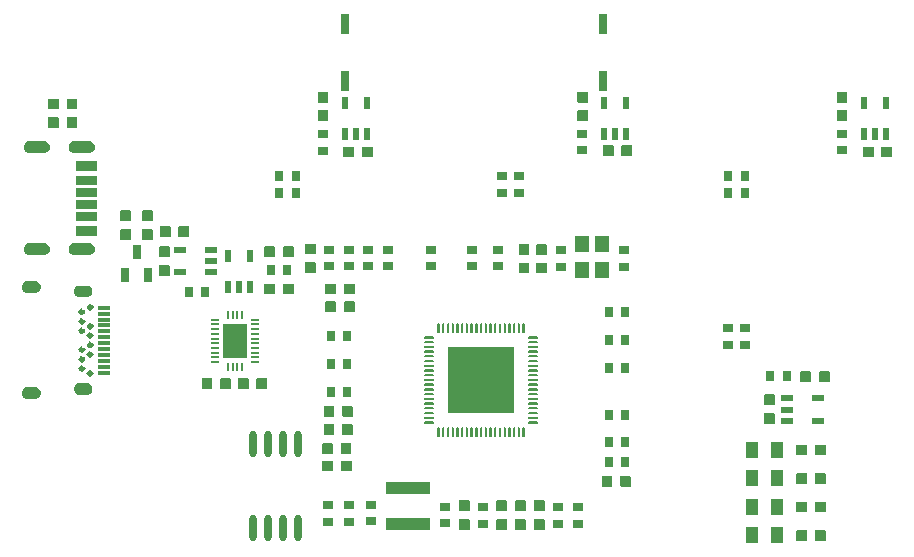
<source format=gbr>
%TF.GenerationSoftware,Altium Limited,Altium Designer,19.0.4 (130)*%
G04 Layer_Color=8421504*
%FSLAX45Y45*%
%MOMM*%
%TF.FileFunction,Paste,Top*%
%TF.Part,Single*%
G01*
G75*
%TA.AperFunction,SMDPad,CuDef*%
%ADD11R,1.20000X1.40000*%
%ADD12R,0.60000X1.00000*%
%ADD13R,1.00000X0.60000*%
%ADD14O,0.63000X2.25001*%
%ADD15O,0.20000X0.70000*%
%ADD16O,0.70000X0.20000*%
%ADD17R,2.00000X2.99999*%
%ADD18O,0.80000X0.20000*%
%ADD19O,0.20000X0.80000*%
%ADD20R,5.59999X5.59999*%
%ADD21R,1.01001X0.30000*%
%ADD22R,0.80648X0.86401*%
%ADD23R,0.86401X0.80648*%
%ADD24R,0.70000X1.25001*%
%ADD25R,3.70000X1.10000*%
%ADD26R,1.80000X0.80000*%
%ADD27R,1.00000X1.39954*%
%ADD28R,0.80000X0.90000*%
%ADD29R,0.90000X0.80000*%
%ADD30R,0.80000X1.80000*%
%TA.AperFunction,NonConductor*%
%ADD51C,0.30000*%
G36*
X2759999Y3997497D02*
Y3918498D01*
X2754997Y3913499D01*
X2732201D01*
Y3951498D01*
X2699201D01*
Y3913499D01*
X2674997D01*
X2669999Y3918498D01*
Y3997497D01*
X2674997Y4002498D01*
X2754997D01*
X2759999Y3997497D01*
D02*
G37*
G36*
X635001Y3940502D02*
Y3860502D01*
X630003Y3855501D01*
X605799D01*
Y3892501D01*
X572799D01*
Y3855501D01*
X550003D01*
X545001Y3860502D01*
Y3940502D01*
X550003Y3945501D01*
X630003D01*
X635001Y3940502D01*
D02*
G37*
G36*
X477001D02*
Y3860502D01*
X472002Y3855501D01*
X447799D01*
Y3892501D01*
X414799D01*
Y3855501D01*
X392003D01*
X387001Y3860502D01*
Y3940502D01*
X392003Y3945501D01*
X472002D01*
X477001Y3940502D01*
D02*
G37*
G36*
X2759999Y3838498D02*
Y3758498D01*
X2754997Y3753499D01*
X2674997D01*
X2669999Y3758498D01*
Y3838498D01*
X2674997Y3843499D01*
X2699201D01*
Y3806499D01*
X2732201D01*
Y3843499D01*
X2754997D01*
X2759999Y3838498D01*
D02*
G37*
G36*
X635001Y3780502D02*
Y3701503D01*
X630003Y3696502D01*
X550003D01*
X545001Y3701503D01*
Y3780502D01*
X550003Y3785501D01*
X572799D01*
Y3747503D01*
X605799D01*
Y3785501D01*
X630003D01*
X635001Y3780502D01*
D02*
G37*
G36*
X477001D02*
Y3701503D01*
X472002Y3696502D01*
X392003D01*
X387001Y3701503D01*
Y3780502D01*
X392003Y3785501D01*
X414799D01*
Y3747503D01*
X447799D01*
Y3785501D01*
X472002D01*
X477001Y3780502D01*
D02*
G37*
G36*
X759318Y3574391D02*
X773383Y3560326D01*
X780995Y3541948D01*
Y3522057D01*
X773383Y3503680D01*
X759318Y3489615D01*
X740941Y3482003D01*
X601050D01*
X582673Y3489615D01*
X568607Y3503680D01*
X560996Y3522057D01*
Y3541948D01*
X568607Y3560326D01*
X582673Y3574391D01*
X601050Y3582003D01*
X740941D01*
X759318Y3574391D01*
D02*
G37*
G36*
X379308D02*
X393374Y3560326D01*
X400986Y3541948D01*
Y3522057D01*
X393374Y3503680D01*
X379308Y3489615D01*
X360931Y3482003D01*
X221040D01*
X202663Y3489615D01*
X188598Y3503680D01*
X180986Y3522057D01*
Y3541948D01*
X188598Y3560326D01*
X202663Y3574391D01*
X221040Y3582003D01*
X360931D01*
X379308Y3574391D01*
D02*
G37*
G36*
X3135498Y3534003D02*
Y3454003D01*
X3130497Y3449001D01*
X3051498D01*
X3046499Y3454003D01*
Y3476799D01*
X3084498D01*
Y3509799D01*
X3046499D01*
Y3534003D01*
X3051498Y3539001D01*
X3130497D01*
X3135498Y3534003D01*
D02*
G37*
G36*
X2976499D02*
Y3509799D01*
X2939499D01*
Y3476799D01*
X2976499D01*
Y3454003D01*
X2971498Y3449001D01*
X2891498D01*
X2886499Y3454003D01*
Y3534003D01*
X2891498Y3539001D01*
X2971498D01*
X2976499Y3534003D01*
D02*
G37*
G36*
X800995Y3335006D02*
X620995D01*
Y3415006D01*
X800995D01*
Y3335006D01*
D02*
G37*
G36*
Y3211994D02*
X620995D01*
Y3291993D01*
X800995D01*
Y3211994D01*
D02*
G37*
G36*
Y3109987D02*
X620995D01*
Y3189987D01*
X800995D01*
Y3109987D01*
D02*
G37*
G36*
Y3009987D02*
X620995D01*
Y3089987D01*
X800995D01*
Y3009987D01*
D02*
G37*
G36*
X1273999Y2992497D02*
Y2913498D01*
X1268997Y2908499D01*
X1246201D01*
Y2946498D01*
X1213201D01*
Y2908499D01*
X1188998D01*
X1183999Y2913498D01*
Y2992497D01*
X1188998Y2997498D01*
X1268997D01*
X1273999Y2992497D01*
D02*
G37*
G36*
X800995Y2908006D02*
X620995D01*
Y2988006D01*
X800995D01*
Y2908006D01*
D02*
G37*
G36*
X1089001Y2992826D02*
Y2912826D01*
X1084002Y2907825D01*
X1059799D01*
Y2944825D01*
X1026799D01*
Y2907825D01*
X1004003D01*
X999001Y2912826D01*
Y2992826D01*
X1004003Y2997824D01*
X1084002D01*
X1089001Y2992826D01*
D02*
G37*
G36*
X1273999Y2833498D02*
Y2753498D01*
X1268997Y2748499D01*
X1188998D01*
X1183999Y2753498D01*
Y2833498D01*
X1188998Y2838499D01*
X1213201D01*
Y2801499D01*
X1246201D01*
Y2838499D01*
X1268997D01*
X1273999Y2833498D01*
D02*
G37*
G36*
X1089001Y2832826D02*
Y2753827D01*
X1084002Y2748826D01*
X1004003D01*
X999001Y2753827D01*
Y2832826D01*
X1004003Y2837825D01*
X1026799D01*
Y2799826D01*
X1059799D01*
Y2837825D01*
X1084002D01*
X1089001Y2832826D01*
D02*
G37*
G36*
X800995Y2784994D02*
X620995D01*
Y2864994D01*
X800995D01*
Y2784994D01*
D02*
G37*
G36*
X1582501Y2858997D02*
Y2778997D01*
X1577502Y2773999D01*
X1497502D01*
X1492501Y2778997D01*
Y2803201D01*
X1529501D01*
Y2836201D01*
X1492501D01*
Y2858997D01*
X1497502Y2863999D01*
X1577502D01*
X1582501Y2858997D01*
D02*
G37*
G36*
X1422501D02*
Y2836201D01*
X1384502D01*
Y2803201D01*
X1422501D01*
Y2778997D01*
X1417502Y2773999D01*
X1338503D01*
X1333502Y2778997D01*
Y2858997D01*
X1338503Y2863999D01*
X1417502D01*
X1422501Y2858997D01*
D02*
G37*
G36*
X2653001Y2712502D02*
Y2632502D01*
X2648003Y2627501D01*
X2623799D01*
Y2664501D01*
X2590799D01*
Y2627501D01*
X2568003D01*
X2563001Y2632502D01*
Y2712502D01*
X2568003Y2717501D01*
X2648003D01*
X2653001Y2712502D01*
D02*
G37*
G36*
X759318Y2710384D02*
X773383Y2696319D01*
X780995Y2677942D01*
Y2658051D01*
X773383Y2639674D01*
X759318Y2625609D01*
X740941Y2617997D01*
X601050D01*
X582673Y2625609D01*
X568607Y2639674D01*
X560996Y2658051D01*
Y2677942D01*
X568607Y2696319D01*
X582673Y2710384D01*
X601050Y2717997D01*
X740941D01*
X759318Y2710384D01*
D02*
G37*
G36*
X379308D02*
X393374Y2696319D01*
X400986Y2677942D01*
Y2658051D01*
X393374Y2639674D01*
X379308Y2625609D01*
X360931Y2617997D01*
X221040D01*
X202663Y2625609D01*
X188598Y2639674D01*
X180986Y2658051D01*
Y2677942D01*
X188598Y2696319D01*
X202663Y2710384D01*
X221040Y2717997D01*
X360931D01*
X379308Y2710384D01*
D02*
G37*
G36*
X1416999Y2688497D02*
Y2609498D01*
X1411997Y2604499D01*
X1389201D01*
Y2642497D01*
X1356201D01*
Y2604499D01*
X1331998D01*
X1326999Y2609498D01*
Y2688497D01*
X1331998Y2693498D01*
X1411997D01*
X1416999Y2688497D01*
D02*
G37*
G36*
X2467081Y2688002D02*
Y2608002D01*
X2462080Y2603001D01*
X2383081D01*
X2378082Y2608002D01*
Y2630799D01*
X2416081D01*
Y2663799D01*
X2378082D01*
Y2688002D01*
X2383081Y2693001D01*
X2462080D01*
X2467081Y2688002D01*
D02*
G37*
G36*
X2308082D02*
Y2663799D01*
X2271082D01*
Y2630799D01*
X2308082D01*
Y2608002D01*
X2303081Y2603001D01*
X2223081D01*
X2218082Y2608002D01*
Y2688002D01*
X2223081Y2693001D01*
X2303081D01*
X2308082Y2688002D01*
D02*
G37*
G36*
X2653001Y2552502D02*
Y2473503D01*
X2648003Y2468502D01*
X2568003D01*
X2563001Y2473503D01*
Y2552502D01*
X2568003Y2557501D01*
X2590799D01*
Y2519502D01*
X2623799D01*
Y2557501D01*
X2648003D01*
X2653001Y2552502D01*
D02*
G37*
G36*
X1416999Y2529498D02*
Y2449498D01*
X1411997Y2444499D01*
X1331998D01*
X1326999Y2449498D01*
Y2529498D01*
X1331998Y2534499D01*
X1356201D01*
Y2497499D01*
X1389201D01*
Y2534499D01*
X1411997D01*
X1416999Y2529498D01*
D02*
G37*
G36*
X303312Y2390374D02*
X317378Y2376308D01*
X324990Y2357931D01*
Y2338039D01*
X317378Y2319661D01*
X303312Y2305596D01*
X284935Y2297984D01*
X205043D01*
X186666Y2305596D01*
X172600Y2319661D01*
X164988Y2338039D01*
Y2357931D01*
X172600Y2376308D01*
X186666Y2390374D01*
X205043Y2397986D01*
X284935D01*
X303312Y2390374D01*
D02*
G37*
G36*
X2982366Y2372992D02*
Y2292993D01*
X2977365Y2287991D01*
X2898366D01*
X2893367Y2292993D01*
Y2315789D01*
X2931366D01*
Y2348789D01*
X2893367D01*
Y2372992D01*
X2898366Y2377991D01*
X2977365D01*
X2982366Y2372992D01*
D02*
G37*
G36*
X2823367D02*
Y2348789D01*
X2786367D01*
Y2315789D01*
X2823367D01*
Y2292993D01*
X2818366Y2287991D01*
X2738366D01*
X2733368Y2292993D01*
Y2372992D01*
X2738366Y2377991D01*
X2818366D01*
X2823367Y2372992D01*
D02*
G37*
G36*
X2467081Y2372002D02*
Y2292003D01*
X2462080Y2287001D01*
X2383081D01*
X2378082Y2292003D01*
Y2314799D01*
X2416081D01*
Y2347799D01*
X2378082D01*
Y2372002D01*
X2383081Y2377001D01*
X2462080D01*
X2467081Y2372002D01*
D02*
G37*
G36*
X2308082D02*
Y2347799D01*
X2271082D01*
Y2314799D01*
X2308082D01*
Y2292003D01*
X2303081Y2287001D01*
X2223081D01*
X2218082Y2292003D01*
Y2372002D01*
X2223081Y2377001D01*
X2303081D01*
X2308082Y2372002D01*
D02*
G37*
G36*
X723882Y2361869D02*
X742081Y2354170D01*
X755982Y2340127D01*
X763499Y2321852D01*
Y2302091D01*
X755982Y2283816D01*
X742081Y2269773D01*
X723882Y2262074D01*
X714003Y2261974D01*
Y2261974D01*
X654003Y2261974D01*
X644123Y2262074D01*
X625925Y2269773D01*
X612023Y2283816D01*
X604507Y2302091D01*
Y2321852D01*
X612023Y2340127D01*
X625925Y2354170D01*
X644123Y2361869D01*
X654003Y2361969D01*
X714003D01*
X723882Y2361869D01*
D02*
G37*
G36*
X915498Y2158975D02*
X814498D01*
Y2188977D01*
X915498D01*
Y2158975D01*
D02*
G37*
G36*
X2982366Y2223894D02*
Y2143895D01*
X2977365Y2138893D01*
X2898366D01*
X2893367Y2143895D01*
Y2166691D01*
X2931366D01*
Y2199691D01*
X2893367D01*
Y2223894D01*
X2898366Y2228893D01*
X2977365D01*
X2982366Y2223894D01*
D02*
G37*
G36*
X2823367D02*
Y2199691D01*
X2786367D01*
Y2166691D01*
X2823367D01*
Y2143895D01*
X2818366Y2138893D01*
X2738366D01*
X2733368Y2143895D01*
Y2223894D01*
X2738366Y2228893D01*
X2818366D01*
X2823367Y2223894D01*
D02*
G37*
G36*
X915498Y2108975D02*
X814498D01*
Y2138977D01*
X915498D01*
Y2108975D01*
D02*
G37*
G36*
Y2058980D02*
X814498D01*
Y2088982D01*
X915498D01*
Y2058980D01*
D02*
G37*
G36*
Y2008977D02*
X814498D01*
Y2038980D01*
X915498D01*
Y2008977D01*
D02*
G37*
G36*
X3744079Y2036957D02*
Y2032815D01*
Y1972815D01*
Y1968673D01*
X3738221Y1962815D01*
X3729937D01*
X3724079Y1968673D01*
Y1972815D01*
Y2032815D01*
Y2036957D01*
X3729937Y2042815D01*
X3738221D01*
X3744079Y2036957D01*
D02*
G37*
G36*
X3704074D02*
Y2032815D01*
Y1972815D01*
Y1968673D01*
X3698216Y1962815D01*
X3689932D01*
X3684074Y1968673D01*
Y1972815D01*
Y2032815D01*
Y2036957D01*
X3689932Y2042815D01*
X3698216D01*
X3704074Y2036957D01*
D02*
G37*
G36*
X915498Y1958980D02*
X814498D01*
Y1988983D01*
X915498D01*
Y1958980D01*
D02*
G37*
G36*
X3654141Y1927024D02*
Y1918739D01*
X3648283Y1912882D01*
X3579998D01*
X3574141Y1918739D01*
Y1927024D01*
X3579998Y1932882D01*
X3648283D01*
X3654141Y1927024D01*
D02*
G37*
G36*
X915498Y1908978D02*
X814498D01*
Y1938980D01*
X915498D01*
Y1908978D01*
D02*
G37*
G36*
X3654141Y1887019D02*
Y1878734D01*
X3648283Y1872877D01*
X3579998D01*
X3574141Y1878734D01*
Y1887019D01*
X3579998Y1892877D01*
X3648283D01*
X3654141Y1887019D01*
D02*
G37*
G36*
X915498Y1858978D02*
X814498D01*
Y1888980D01*
X915498D01*
Y1858978D01*
D02*
G37*
G36*
X3654141Y1847014D02*
Y1838729D01*
X3648283Y1832872D01*
X3579998D01*
X3574141Y1838729D01*
Y1847014D01*
X3579998Y1852872D01*
X3648283D01*
X3654141Y1847014D01*
D02*
G37*
G36*
X915498Y1808978D02*
X814498D01*
Y1838978D01*
X915498D01*
Y1808978D01*
D02*
G37*
G36*
X3654141Y1807034D02*
Y1798750D01*
X3648283Y1792892D01*
X3579998D01*
X3574141Y1798750D01*
Y1807034D01*
X3579998Y1812892D01*
X3648283D01*
X3654141Y1807034D01*
D02*
G37*
G36*
X915498Y1758978D02*
X814498D01*
Y1788980D01*
X915498D01*
Y1758978D01*
D02*
G37*
G36*
X3654141Y1767029D02*
Y1758745D01*
X3648283Y1752887D01*
X3579998D01*
X3574141Y1758745D01*
Y1767029D01*
X3579998Y1772887D01*
X3648283D01*
X3654141Y1767029D01*
D02*
G37*
G36*
Y1727024D02*
Y1718740D01*
X3648283Y1712882D01*
X3579998D01*
X3574141Y1718740D01*
Y1727024D01*
X3579998Y1732882D01*
X3648283D01*
X3654141Y1727024D01*
D02*
G37*
G36*
X915498Y1708976D02*
X814498D01*
Y1738978D01*
X915498D01*
Y1708976D01*
D02*
G37*
G36*
X3654141Y1687019D02*
Y1678735D01*
X3648283Y1672877D01*
X3579998D01*
X3574141Y1678735D01*
Y1687019D01*
X3579998Y1692877D01*
X3648283D01*
X3654141Y1687019D01*
D02*
G37*
G36*
X915498Y1658976D02*
X814498D01*
Y1688978D01*
X915498D01*
Y1658976D01*
D02*
G37*
G36*
X3654141Y1647014D02*
Y1638730D01*
X3648283Y1632872D01*
X3579998D01*
X3574141Y1638730D01*
Y1647014D01*
X3579998Y1652872D01*
X3648283D01*
X3654141Y1647014D01*
D02*
G37*
G36*
X915498Y1608981D02*
X814498D01*
Y1638983D01*
X915498D01*
Y1608981D01*
D02*
G37*
G36*
X3654141Y1607009D02*
Y1598725D01*
X3648283Y1592867D01*
X3579998D01*
X3574141Y1598725D01*
Y1607009D01*
X3579998Y1612867D01*
X3648283D01*
X3654141Y1607009D01*
D02*
G37*
G36*
Y1567029D02*
Y1558745D01*
X3648283Y1552887D01*
X3579998D01*
X3574141Y1558745D01*
Y1567029D01*
X3579998Y1572887D01*
X3648283D01*
X3654141Y1567029D01*
D02*
G37*
G36*
Y1527024D02*
Y1518740D01*
X3648283Y1512882D01*
X3579998D01*
X3574141Y1518740D01*
Y1527024D01*
X3579998Y1532882D01*
X3648283D01*
X3654141Y1527024D01*
D02*
G37*
G36*
X2243369Y1571363D02*
Y1491364D01*
X2238370Y1486365D01*
X2158370D01*
X2153369Y1491364D01*
Y1515567D01*
X2190369D01*
Y1548567D01*
X2153369D01*
Y1571363D01*
X2158370Y1576365D01*
X2238370D01*
X2243369Y1571363D01*
D02*
G37*
G36*
X2083369D02*
Y1548567D01*
X2045371D01*
Y1515567D01*
X2083369D01*
Y1491364D01*
X2078370Y1486365D01*
X1999371D01*
X1994370Y1491364D01*
Y1571363D01*
X1999371Y1576365D01*
X2078370D01*
X2083369Y1571363D01*
D02*
G37*
G36*
X1936397D02*
Y1491364D01*
X1931398Y1486365D01*
X1851398D01*
X1846397Y1491364D01*
Y1515567D01*
X1883397D01*
Y1548567D01*
X1846397D01*
Y1571363D01*
X1851398Y1576365D01*
X1931398D01*
X1936397Y1571363D01*
D02*
G37*
G36*
X1776397D02*
Y1548567D01*
X1738399D01*
Y1515567D01*
X1776397D01*
Y1491364D01*
X1771399Y1486365D01*
X1692399D01*
X1687398Y1491364D01*
Y1571363D01*
X1692399Y1576365D01*
X1771399D01*
X1776397Y1571363D01*
D02*
G37*
G36*
X3654141Y1487019D02*
Y1478735D01*
X3648283Y1472877D01*
X3579998D01*
X3574141Y1478735D01*
Y1487019D01*
X3579998Y1492877D01*
X3648283D01*
X3654141Y1487019D01*
D02*
G37*
G36*
X723882Y1535884D02*
X742081Y1528184D01*
X755982Y1514141D01*
X763499Y1495866D01*
Y1476106D01*
X755982Y1457831D01*
X742081Y1443788D01*
X723882Y1436089D01*
X714003Y1435989D01*
Y1435989D01*
X654003Y1435989D01*
X644123Y1436089D01*
X625925Y1443788D01*
X612023Y1457831D01*
X604507Y1476106D01*
Y1495866D01*
X612023Y1514141D01*
X625925Y1528184D01*
X644123Y1535884D01*
X654003Y1535984D01*
X714003D01*
X723882Y1535884D01*
D02*
G37*
G36*
X3654141Y1447014D02*
Y1438730D01*
X3648283Y1432872D01*
X3579998D01*
X3574141Y1438730D01*
Y1447014D01*
X3579998Y1452872D01*
X3648283D01*
X3654141Y1447014D01*
D02*
G37*
G36*
X303312Y1492357D02*
X317378Y1478291D01*
X324990Y1459914D01*
Y1440022D01*
X317378Y1421644D01*
X303312Y1407579D01*
X284935Y1399967D01*
X205043D01*
X186666Y1407579D01*
X172600Y1421644D01*
X164988Y1440022D01*
Y1459914D01*
X172600Y1478291D01*
X186666Y1492357D01*
X205043Y1499969D01*
X284935D01*
X303312Y1492357D01*
D02*
G37*
G36*
X3654141Y1407035D02*
Y1398751D01*
X3648283Y1392893D01*
X3579998D01*
X3574141Y1398751D01*
Y1407035D01*
X3579998Y1412893D01*
X3648283D01*
X3654141Y1407035D01*
D02*
G37*
G36*
Y1367030D02*
Y1358746D01*
X3648283Y1352888D01*
X3579998D01*
X3574141Y1358746D01*
Y1367030D01*
X3579998Y1372888D01*
X3648283D01*
X3654141Y1367030D01*
D02*
G37*
G36*
Y1327025D02*
Y1318741D01*
X3648283Y1312883D01*
X3579998D01*
X3574141Y1318741D01*
Y1327025D01*
X3579998Y1332883D01*
X3648283D01*
X3654141Y1327025D01*
D02*
G37*
G36*
Y1287020D02*
Y1278736D01*
X3648283Y1272878D01*
X3579998D01*
X3574141Y1278736D01*
Y1287020D01*
X3579998Y1292878D01*
X3648283D01*
X3654141Y1287020D01*
D02*
G37*
G36*
X2969671Y1337688D02*
Y1257689D01*
X2964670Y1252687D01*
X2885671D01*
X2880672Y1257689D01*
Y1280485D01*
X2918671D01*
Y1313485D01*
X2880672D01*
Y1337688D01*
X2885671Y1342687D01*
X2964670D01*
X2969671Y1337688D01*
D02*
G37*
G36*
X2810673D02*
Y1313485D01*
X2773672D01*
Y1280485D01*
X2810673D01*
Y1257689D01*
X2805671Y1252687D01*
X2725671D01*
X2720673Y1257689D01*
Y1337688D01*
X2725671Y1342687D01*
X2805671D01*
X2810673Y1337688D01*
D02*
G37*
G36*
X3654141Y1247015D02*
Y1238731D01*
X3648283Y1232873D01*
X3579998D01*
X3574141Y1238731D01*
Y1247015D01*
X3579998Y1252873D01*
X3648283D01*
X3654141Y1247015D01*
D02*
G37*
G36*
Y1207010D02*
Y1198726D01*
X3648283Y1192868D01*
X3579998D01*
X3574141Y1198726D01*
Y1207010D01*
X3579998Y1212868D01*
X3648283D01*
X3654141Y1207010D01*
D02*
G37*
G36*
X2969674Y1185283D02*
Y1105284D01*
X2964675Y1100285D01*
X2884675D01*
X2879674Y1105284D01*
Y1129487D01*
X2916674D01*
Y1162487D01*
X2879674D01*
Y1185283D01*
X2884675Y1190285D01*
X2964675D01*
X2969674Y1185283D01*
D02*
G37*
G36*
X2809674D02*
Y1162487D01*
X2771676D01*
Y1129487D01*
X2809674D01*
Y1105284D01*
X2804676Y1100285D01*
X2725677D01*
X2720675Y1105284D01*
Y1185283D01*
X2725677Y1190285D01*
X2804676D01*
X2809674Y1185283D01*
D02*
G37*
G36*
X3744079Y1157101D02*
Y1152959D01*
Y1092959D01*
Y1088817D01*
X3738221Y1082959D01*
X3729937D01*
X3724079Y1088817D01*
Y1092959D01*
Y1152959D01*
Y1157101D01*
X3729937Y1162959D01*
X3738221D01*
X3744079Y1157101D01*
D02*
G37*
G36*
X3704074D02*
Y1152959D01*
Y1092959D01*
Y1088817D01*
X3698216Y1082959D01*
X3689932D01*
X3684074Y1088817D01*
Y1092959D01*
Y1152959D01*
Y1157101D01*
X3689932Y1162959D01*
X3698216D01*
X3704074Y1157101D01*
D02*
G37*
G36*
X2955757Y1021712D02*
Y941713D01*
X2950756Y936711D01*
X2871757D01*
X2866758Y941713D01*
Y964509D01*
X2904757D01*
Y997509D01*
X2866758D01*
Y1021712D01*
X2871757Y1026711D01*
X2950756D01*
X2955757Y1021712D01*
D02*
G37*
G36*
X2796758D02*
Y997509D01*
X2759758D01*
Y964509D01*
X2796758D01*
Y941713D01*
X2791757Y936711D01*
X2711757D01*
X2706759Y941713D01*
Y1021712D01*
X2711757Y1026711D01*
X2791757D01*
X2796758Y1021712D01*
D02*
G37*
G36*
X2958493Y873625D02*
Y793626D01*
X2953494Y788627D01*
X2873494D01*
X2868493Y793626D01*
Y817829D01*
X2905493D01*
Y850829D01*
X2868493D01*
Y873625D01*
X2873494Y878627D01*
X2953494D01*
X2958493Y873625D01*
D02*
G37*
G36*
X2798493D02*
Y850829D01*
X2760495D01*
Y817829D01*
X2798493D01*
Y793626D01*
X2793495Y788627D01*
X2714495D01*
X2709494Y793626D01*
Y873625D01*
X2714495Y878627D01*
X2793495D01*
X2798493Y873625D01*
D02*
G37*
G36*
X7153999Y3997821D02*
Y3918821D01*
X7148997Y3913823D01*
X7126201D01*
Y3951821D01*
X7093201D01*
Y3913823D01*
X7068998D01*
X7063999Y3918821D01*
Y3997821D01*
X7068998Y4002822D01*
X7148997D01*
X7153999Y3997821D01*
D02*
G37*
G36*
X4957999Y3996821D02*
Y3917821D01*
X4952997Y3912823D01*
X4930201D01*
Y3950821D01*
X4897201D01*
Y3912823D01*
X4872998D01*
X4867999Y3917821D01*
Y3996821D01*
X4872998Y4001822D01*
X4952997D01*
X4957999Y3996821D01*
D02*
G37*
G36*
X7153999Y3838822D02*
Y3758822D01*
X7148997Y3753823D01*
X7068998D01*
X7063999Y3758822D01*
Y3838822D01*
X7068998Y3843823D01*
X7093201D01*
Y3806823D01*
X7126201D01*
Y3843823D01*
X7148997D01*
X7153999Y3838822D01*
D02*
G37*
G36*
X4957999Y3837822D02*
Y3757822D01*
X4952997Y3752823D01*
X4872998D01*
X4867999Y3757822D01*
Y3837822D01*
X4872998Y3842823D01*
X4897201D01*
Y3805823D01*
X4930201D01*
Y3842823D01*
X4952997D01*
X4957999Y3837822D01*
D02*
G37*
G36*
X5332498Y3543003D02*
Y3463003D01*
X5327497Y3458001D01*
X5248498D01*
X5243499Y3463003D01*
Y3485799D01*
X5281497D01*
Y3518799D01*
X5243499D01*
Y3543003D01*
X5248498Y3548001D01*
X5327497D01*
X5332498Y3543003D01*
D02*
G37*
G36*
X5173499D02*
Y3518799D01*
X5136499D01*
Y3485799D01*
X5173499D01*
Y3463003D01*
X5168498Y3458001D01*
X5088498D01*
X5083499Y3463003D01*
Y3543003D01*
X5088498Y3548001D01*
X5168498D01*
X5173499Y3543003D01*
D02*
G37*
G36*
X7534498Y3533003D02*
Y3453003D01*
X7529497Y3448001D01*
X7450498D01*
X7445499Y3453003D01*
Y3475799D01*
X7483497D01*
Y3508799D01*
X7445499D01*
Y3533003D01*
X7450498Y3538001D01*
X7529497D01*
X7534498Y3533003D01*
D02*
G37*
G36*
X7375499D02*
Y3508799D01*
X7338499D01*
Y3475799D01*
X7375499D01*
Y3453003D01*
X7370498Y3448001D01*
X7290498D01*
X7285499Y3453003D01*
Y3533003D01*
X7290498Y3538001D01*
X7370498D01*
X7375499Y3533003D01*
D02*
G37*
G36*
X4610999Y2708497D02*
Y2629498D01*
X4605997Y2624499D01*
X4583201D01*
Y2662497D01*
X4550201D01*
Y2624499D01*
X4525998D01*
X4520999Y2629498D01*
Y2708497D01*
X4525998Y2713498D01*
X4605997D01*
X4610999Y2708497D01*
D02*
G37*
G36*
X4462001Y2708502D02*
Y2628502D01*
X4457003Y2623501D01*
X4432799D01*
Y2660501D01*
X4399799D01*
Y2623501D01*
X4377003D01*
X4372001Y2628502D01*
Y2708502D01*
X4377003Y2713501D01*
X4457003D01*
X4462001Y2708502D01*
D02*
G37*
G36*
X4610999Y2549498D02*
Y2469498D01*
X4605997Y2464499D01*
X4525998D01*
X4520999Y2469498D01*
Y2549498D01*
X4525998Y2554499D01*
X4550201D01*
Y2517499D01*
X4583201D01*
Y2554499D01*
X4605997D01*
X4610999Y2549498D01*
D02*
G37*
G36*
X4462001Y2548502D02*
Y2469503D01*
X4457003Y2464502D01*
X4377003D01*
X4372001Y2469503D01*
Y2548502D01*
X4377003Y2553501D01*
X4399799D01*
Y2515502D01*
X4432799D01*
Y2553501D01*
X4457003D01*
X4462001Y2548502D01*
D02*
G37*
G36*
X4424088Y2036957D02*
Y2032815D01*
Y1972815D01*
Y1968673D01*
X4418230Y1962815D01*
X4409946D01*
X4404088Y1968673D01*
Y1972815D01*
Y2032815D01*
Y2036957D01*
X4409946Y2042815D01*
X4418230D01*
X4424088Y2036957D01*
D02*
G37*
G36*
X4384083D02*
Y2032815D01*
Y1972815D01*
Y1968673D01*
X4378225Y1962815D01*
X4369941D01*
X4364083Y1968673D01*
Y1972815D01*
Y2032815D01*
Y2036957D01*
X4369941Y2042815D01*
X4378225D01*
X4384083Y2036957D01*
D02*
G37*
G36*
X4344078D02*
Y2032815D01*
Y1972815D01*
Y1968673D01*
X4338220Y1962815D01*
X4329936D01*
X4324078Y1968673D01*
Y1972815D01*
Y2032815D01*
Y2036957D01*
X4329936Y2042815D01*
X4338220D01*
X4344078Y2036957D01*
D02*
G37*
G36*
X4304073D02*
Y2032815D01*
Y1972815D01*
Y1968673D01*
X4298215Y1962815D01*
X4289931D01*
X4284073Y1968673D01*
Y1972815D01*
Y2032815D01*
Y2036957D01*
X4289931Y2042815D01*
X4298215D01*
X4304073Y2036957D01*
D02*
G37*
G36*
X4264068D02*
Y2032815D01*
Y1972815D01*
Y1968673D01*
X4258210Y1962815D01*
X4249926D01*
X4244068Y1968673D01*
Y1972815D01*
Y2032815D01*
Y2036957D01*
X4249926Y2042815D01*
X4258210D01*
X4264068Y2036957D01*
D02*
G37*
G36*
X4224063D02*
Y2032815D01*
Y1972815D01*
Y1968673D01*
X4218205Y1962815D01*
X4209921D01*
X4204063Y1968673D01*
Y1972815D01*
Y2032815D01*
Y2036957D01*
X4209921Y2042815D01*
X4218205D01*
X4224063Y2036957D01*
D02*
G37*
G36*
X4184084D02*
Y2032815D01*
Y1972815D01*
Y1968673D01*
X4178226Y1962815D01*
X4169941D01*
X4164084Y1968673D01*
Y1972815D01*
Y2032815D01*
Y2036957D01*
X4169941Y2042815D01*
X4178226D01*
X4184084Y2036957D01*
D02*
G37*
G36*
X4144079D02*
Y2032815D01*
Y1972815D01*
Y1968673D01*
X4138221Y1962815D01*
X4129936D01*
X4124079Y1968673D01*
Y1972815D01*
Y2032815D01*
Y2036957D01*
X4129936Y2042815D01*
X4138221D01*
X4144079Y2036957D01*
D02*
G37*
G36*
X4104074D02*
Y2032815D01*
Y1972815D01*
Y1968673D01*
X4098216Y1962815D01*
X4089931D01*
X4084074Y1968673D01*
Y1972815D01*
Y2032815D01*
Y2036957D01*
X4089931Y2042815D01*
X4098216D01*
X4104074Y2036957D01*
D02*
G37*
G36*
X4064069D02*
Y2032815D01*
Y1972815D01*
Y1968673D01*
X4058211Y1962815D01*
X4049926D01*
X4044069Y1968673D01*
Y1972815D01*
Y2032815D01*
Y2036957D01*
X4049926Y2042815D01*
X4058211D01*
X4064069Y2036957D01*
D02*
G37*
G36*
X4024064D02*
Y2032815D01*
Y1972815D01*
Y1968673D01*
X4018206Y1962815D01*
X4009921D01*
X4004064Y1968673D01*
Y1972815D01*
Y2032815D01*
Y2036957D01*
X4009921Y2042815D01*
X4018206D01*
X4024064Y2036957D01*
D02*
G37*
G36*
X3984084D02*
Y2032815D01*
Y1972815D01*
Y1968673D01*
X3978226Y1962815D01*
X3969942D01*
X3964084Y1968673D01*
Y1972815D01*
Y2032815D01*
Y2036957D01*
X3969942Y2042815D01*
X3978226D01*
X3984084Y2036957D01*
D02*
G37*
G36*
X3944079D02*
Y2032815D01*
Y1972815D01*
Y1968673D01*
X3938221Y1962815D01*
X3929937D01*
X3924079Y1968673D01*
Y1972815D01*
Y2032815D01*
Y2036957D01*
X3929937Y2042815D01*
X3938221D01*
X3944079Y2036957D01*
D02*
G37*
G36*
X3904074D02*
Y2032815D01*
Y1972815D01*
Y1968673D01*
X3898216Y1962815D01*
X3889932D01*
X3884074Y1968673D01*
Y1972815D01*
Y2032815D01*
Y2036957D01*
X3889932Y2042815D01*
X3898216D01*
X3904074Y2036957D01*
D02*
G37*
G36*
X3864069D02*
Y2032815D01*
Y1972815D01*
Y1968673D01*
X3858211Y1962815D01*
X3849927D01*
X3844069Y1968673D01*
Y1972815D01*
Y2032815D01*
Y2036957D01*
X3849927Y2042815D01*
X3858211D01*
X3864069Y2036957D01*
D02*
G37*
G36*
X3824064D02*
Y2032815D01*
Y1972815D01*
Y1968673D01*
X3818206Y1962815D01*
X3809922D01*
X3804064Y1968673D01*
Y1972815D01*
Y2032815D01*
Y2036957D01*
X3809922Y2042815D01*
X3818206D01*
X3824064Y2036957D01*
D02*
G37*
G36*
X3784084D02*
Y2032815D01*
Y1972815D01*
Y1968673D01*
X3778226Y1962815D01*
X3769942D01*
X3764084Y1968673D01*
Y1972815D01*
Y2032815D01*
Y2036957D01*
X3769942Y2042815D01*
X3778226D01*
X3784084Y2036957D01*
D02*
G37*
G36*
X4533997Y1927024D02*
Y1918739D01*
X4528139Y1912882D01*
X4459854D01*
X4453997Y1918739D01*
Y1927024D01*
X4459854Y1932882D01*
X4528139D01*
X4533997Y1927024D01*
D02*
G37*
G36*
Y1887019D02*
Y1878734D01*
X4528139Y1872877D01*
X4459854D01*
X4453997Y1878734D01*
Y1887019D01*
X4459854Y1892877D01*
X4528139D01*
X4533997Y1887019D01*
D02*
G37*
G36*
Y1847014D02*
Y1838729D01*
X4528139Y1832872D01*
X4459854D01*
X4453997Y1838729D01*
Y1847014D01*
X4459854Y1852872D01*
X4528139D01*
X4533997Y1847014D01*
D02*
G37*
G36*
Y1807034D02*
Y1798750D01*
X4528139Y1792892D01*
X4459854D01*
X4453997Y1798750D01*
Y1807034D01*
X4459854Y1812892D01*
X4528139D01*
X4533997Y1807034D01*
D02*
G37*
G36*
Y1767029D02*
Y1758745D01*
X4528139Y1752887D01*
X4459854D01*
X4453997Y1758745D01*
Y1767029D01*
X4459854Y1772887D01*
X4528139D01*
X4533997Y1767029D01*
D02*
G37*
G36*
Y1727024D02*
Y1718740D01*
X4528139Y1712882D01*
X4459854D01*
X4453997Y1718740D01*
Y1727024D01*
X4459854Y1732882D01*
X4528139D01*
X4533997Y1727024D01*
D02*
G37*
G36*
Y1687019D02*
Y1678735D01*
X4528139Y1672877D01*
X4459854D01*
X4453997Y1678735D01*
Y1687019D01*
X4459854Y1692877D01*
X4528139D01*
X4533997Y1687019D01*
D02*
G37*
G36*
Y1647014D02*
Y1638730D01*
X4528139Y1632872D01*
X4459854D01*
X4453997Y1638730D01*
Y1647014D01*
X4459854Y1652872D01*
X4528139D01*
X4533997Y1647014D01*
D02*
G37*
G36*
Y1607009D02*
Y1598725D01*
X4528139Y1592867D01*
X4459854D01*
X4453997Y1598725D01*
Y1607009D01*
X4459854Y1612867D01*
X4528139D01*
X4533997Y1607009D01*
D02*
G37*
G36*
Y1567029D02*
Y1558745D01*
X4528139Y1552887D01*
X4459854D01*
X4453997Y1558745D01*
Y1567029D01*
X4459854Y1572887D01*
X4528139D01*
X4533997Y1567029D01*
D02*
G37*
G36*
X7003822Y1631003D02*
Y1551003D01*
X6998821Y1546001D01*
X6919822D01*
X6914823Y1551003D01*
Y1573799D01*
X6952821D01*
Y1606799D01*
X6914823D01*
Y1631003D01*
X6919822Y1636001D01*
X6998821D01*
X7003822Y1631003D01*
D02*
G37*
G36*
X6844823D02*
Y1606799D01*
X6807823D01*
Y1573799D01*
X6844823D01*
Y1551003D01*
X6839822Y1546001D01*
X6759822D01*
X6754823Y1551003D01*
Y1631003D01*
X6759822Y1636001D01*
X6839822D01*
X6844823Y1631003D01*
D02*
G37*
G36*
X4533997Y1527024D02*
Y1518740D01*
X4528139Y1512882D01*
X4459854D01*
X4453997Y1518740D01*
Y1527024D01*
X4459854Y1532882D01*
X4528139D01*
X4533997Y1527024D01*
D02*
G37*
G36*
Y1487019D02*
Y1478735D01*
X4528139Y1472877D01*
X4459854D01*
X4453997Y1478735D01*
Y1487019D01*
X4459854Y1492877D01*
X4528139D01*
X4533997Y1487019D01*
D02*
G37*
G36*
Y1447014D02*
Y1438730D01*
X4528139Y1432872D01*
X4459854D01*
X4453997Y1438730D01*
Y1447014D01*
X4459854Y1452872D01*
X4528139D01*
X4533997Y1447014D01*
D02*
G37*
G36*
Y1407035D02*
Y1398751D01*
X4528139Y1392893D01*
X4459854D01*
X4453997Y1398751D01*
Y1407035D01*
X4459854Y1412893D01*
X4528139D01*
X4533997Y1407035D01*
D02*
G37*
G36*
Y1367030D02*
Y1358746D01*
X4528139Y1352888D01*
X4459854D01*
X4453997Y1358746D01*
Y1367030D01*
X4459854Y1372888D01*
X4528139D01*
X4533997Y1367030D01*
D02*
G37*
G36*
X6539001Y1436178D02*
Y1356178D01*
X6534002Y1351177D01*
X6509799D01*
Y1388177D01*
X6476799D01*
Y1351177D01*
X6454003D01*
X6449001Y1356178D01*
Y1436178D01*
X6454003Y1441177D01*
X6534002D01*
X6539001Y1436178D01*
D02*
G37*
G36*
X4278089Y1338867D02*
X3830091D01*
Y1786865D01*
X4278089D01*
Y1338867D01*
D02*
G37*
G36*
X4533997Y1327025D02*
Y1318741D01*
X4528139Y1312883D01*
X4459854D01*
X4453997Y1318741D01*
Y1327025D01*
X4459854Y1332883D01*
X4528139D01*
X4533997Y1327025D01*
D02*
G37*
G36*
Y1287020D02*
Y1278736D01*
X4528139Y1272878D01*
X4459854D01*
X4453997Y1278736D01*
Y1287020D01*
X4459854Y1292878D01*
X4528139D01*
X4533997Y1287020D01*
D02*
G37*
G36*
X6539001Y1276179D02*
Y1197179D01*
X6534002Y1192178D01*
X6454003D01*
X6449001Y1197179D01*
Y1276179D01*
X6454003Y1281177D01*
X6476799D01*
Y1243179D01*
X6509799D01*
Y1281177D01*
X6534002D01*
X6539001Y1276179D01*
D02*
G37*
G36*
X4533997Y1247015D02*
Y1238731D01*
X4528139Y1232873D01*
X4459854D01*
X4453997Y1238731D01*
Y1247015D01*
X4459854Y1252873D01*
X4528139D01*
X4533997Y1247015D01*
D02*
G37*
G36*
Y1207010D02*
Y1198726D01*
X4528139Y1192868D01*
X4459854D01*
X4453997Y1198726D01*
Y1207010D01*
X4459854Y1212868D01*
X4528139D01*
X4533997Y1207010D01*
D02*
G37*
G36*
X4424088Y1157101D02*
Y1152959D01*
Y1092959D01*
Y1088817D01*
X4418230Y1082959D01*
X4409946D01*
X4404088Y1088817D01*
Y1092959D01*
Y1152959D01*
Y1157101D01*
X4409946Y1162959D01*
X4418230D01*
X4424088Y1157101D01*
D02*
G37*
G36*
X4384083D02*
Y1152959D01*
Y1092959D01*
Y1088817D01*
X4378225Y1082959D01*
X4369941D01*
X4364083Y1088817D01*
Y1092959D01*
Y1152959D01*
Y1157101D01*
X4369941Y1162959D01*
X4378225D01*
X4384083Y1157101D01*
D02*
G37*
G36*
X4344078D02*
Y1152959D01*
Y1092959D01*
Y1088817D01*
X4338220Y1082959D01*
X4329936D01*
X4324078Y1088817D01*
Y1092959D01*
Y1152959D01*
Y1157101D01*
X4329936Y1162959D01*
X4338220D01*
X4344078Y1157101D01*
D02*
G37*
G36*
X4304073D02*
Y1152959D01*
Y1092959D01*
Y1088817D01*
X4298215Y1082959D01*
X4289931D01*
X4284073Y1088817D01*
Y1092959D01*
Y1152959D01*
Y1157101D01*
X4289931Y1162959D01*
X4298215D01*
X4304073Y1157101D01*
D02*
G37*
G36*
X4264068D02*
Y1152959D01*
Y1092959D01*
Y1088817D01*
X4258210Y1082959D01*
X4249926D01*
X4244068Y1088817D01*
Y1092959D01*
Y1152959D01*
Y1157101D01*
X4249926Y1162959D01*
X4258210D01*
X4264068Y1157101D01*
D02*
G37*
G36*
X4224063D02*
Y1152959D01*
Y1092959D01*
Y1088817D01*
X4218205Y1082959D01*
X4209921D01*
X4204063Y1088817D01*
Y1092959D01*
Y1152959D01*
Y1157101D01*
X4209921Y1162959D01*
X4218205D01*
X4224063Y1157101D01*
D02*
G37*
G36*
X4184084D02*
Y1152959D01*
Y1092959D01*
Y1088817D01*
X4178226Y1082959D01*
X4169941D01*
X4164084Y1088817D01*
Y1092959D01*
Y1152959D01*
Y1157101D01*
X4169941Y1162959D01*
X4178226D01*
X4184084Y1157101D01*
D02*
G37*
G36*
X4144079D02*
Y1152959D01*
Y1092959D01*
Y1088817D01*
X4138221Y1082959D01*
X4129936D01*
X4124079Y1088817D01*
Y1092959D01*
Y1152959D01*
Y1157101D01*
X4129936Y1162959D01*
X4138221D01*
X4144079Y1157101D01*
D02*
G37*
G36*
X4104074D02*
Y1152959D01*
Y1092959D01*
Y1088817D01*
X4098216Y1082959D01*
X4089931D01*
X4084074Y1088817D01*
Y1092959D01*
Y1152959D01*
Y1157101D01*
X4089931Y1162959D01*
X4098216D01*
X4104074Y1157101D01*
D02*
G37*
G36*
X4064069D02*
Y1152959D01*
Y1092959D01*
Y1088817D01*
X4058211Y1082959D01*
X4049926D01*
X4044069Y1088817D01*
Y1092959D01*
Y1152959D01*
Y1157101D01*
X4049926Y1162959D01*
X4058211D01*
X4064069Y1157101D01*
D02*
G37*
G36*
X4024064D02*
Y1152959D01*
Y1092959D01*
Y1088817D01*
X4018206Y1082959D01*
X4009921D01*
X4004064Y1088817D01*
Y1092959D01*
Y1152959D01*
Y1157101D01*
X4009921Y1162959D01*
X4018206D01*
X4024064Y1157101D01*
D02*
G37*
G36*
X3984084D02*
Y1152959D01*
Y1092959D01*
Y1088817D01*
X3978226Y1082959D01*
X3969942D01*
X3964084Y1088817D01*
Y1092959D01*
Y1152959D01*
Y1157101D01*
X3969942Y1162959D01*
X3978226D01*
X3984084Y1157101D01*
D02*
G37*
G36*
X3944079D02*
Y1152959D01*
Y1092959D01*
Y1088817D01*
X3938221Y1082959D01*
X3929937D01*
X3924079Y1088817D01*
Y1092959D01*
Y1152959D01*
Y1157101D01*
X3929937Y1162959D01*
X3938221D01*
X3944079Y1157101D01*
D02*
G37*
G36*
X3904074D02*
Y1152959D01*
Y1092959D01*
Y1088817D01*
X3898216Y1082959D01*
X3889932D01*
X3884074Y1088817D01*
Y1092959D01*
Y1152959D01*
Y1157101D01*
X3889932Y1162959D01*
X3898216D01*
X3904074Y1157101D01*
D02*
G37*
G36*
X3864069D02*
Y1152959D01*
Y1092959D01*
Y1088817D01*
X3858211Y1082959D01*
X3849927D01*
X3844069Y1088817D01*
Y1092959D01*
Y1152959D01*
Y1157101D01*
X3849927Y1162959D01*
X3858211D01*
X3864069Y1157101D01*
D02*
G37*
G36*
X3824064D02*
Y1152959D01*
Y1092959D01*
Y1088817D01*
X3818206Y1082959D01*
X3809922D01*
X3804064Y1088817D01*
Y1092959D01*
Y1152959D01*
Y1157101D01*
X3809922Y1162959D01*
X3818206D01*
X3824064Y1157101D01*
D02*
G37*
G36*
X3784084D02*
Y1152959D01*
Y1092959D01*
Y1088817D01*
X3778226Y1082959D01*
X3769942D01*
X3764084Y1088817D01*
Y1092959D01*
Y1152959D01*
Y1157101D01*
X3769942Y1162959D01*
X3778226D01*
X3784084Y1157101D01*
D02*
G37*
G36*
X6970186Y1010870D02*
Y930870D01*
X6965187Y925871D01*
X6885187D01*
X6880186Y930870D01*
Y955074D01*
X6917186D01*
Y988073D01*
X6880186D01*
Y1010870D01*
X6885187Y1015871D01*
X6965187D01*
X6970186Y1010870D01*
D02*
G37*
G36*
X6810186D02*
Y988073D01*
X6772188D01*
Y955074D01*
X6810186D01*
Y930870D01*
X6805188Y925871D01*
X6726188D01*
X6721187Y930870D01*
Y1010870D01*
X6726188Y1015871D01*
X6805188D01*
X6810186Y1010870D01*
D02*
G37*
G36*
X6970186Y769245D02*
Y689245D01*
X6965187Y684247D01*
X6885187D01*
X6880186Y689245D01*
Y713449D01*
X6917186D01*
Y746449D01*
X6880186D01*
Y769245D01*
X6885187Y774246D01*
X6965187D01*
X6970186Y769245D01*
D02*
G37*
G36*
X6810186D02*
Y746449D01*
X6772188D01*
Y713449D01*
X6810186D01*
Y689245D01*
X6805188Y684247D01*
X6726188D01*
X6721187Y689245D01*
Y769245D01*
X6726188Y774246D01*
X6805188D01*
X6810186Y769245D01*
D02*
G37*
G36*
X5323624Y745106D02*
Y665107D01*
X5318623Y660105D01*
X5239624D01*
X5234625Y665107D01*
Y687903D01*
X5272623D01*
Y720903D01*
X5234625D01*
Y745106D01*
X5239624Y750105D01*
X5318623D01*
X5323624Y745106D01*
D02*
G37*
G36*
X5164625D02*
Y720903D01*
X5127625D01*
Y687903D01*
X5164625D01*
Y665107D01*
X5159624Y660105D01*
X5079624D01*
X5074625Y665107D01*
Y745106D01*
X5079624Y750105D01*
X5159624D01*
X5164625Y745106D01*
D02*
G37*
G36*
X4590839Y538871D02*
Y458871D01*
X4585840Y453870D01*
X4561637D01*
Y490870D01*
X4528637D01*
Y453870D01*
X4505841D01*
X4500839Y458871D01*
Y538871D01*
X4505841Y543870D01*
X4585840D01*
X4590839Y538871D01*
D02*
G37*
G36*
X4432089D02*
Y458871D01*
X4427090Y453870D01*
X4402887D01*
Y490870D01*
X4369887D01*
Y453870D01*
X4347091D01*
X4342089Y458871D01*
Y538871D01*
X4347091Y543870D01*
X4427090D01*
X4432089Y538871D01*
D02*
G37*
G36*
X4273339D02*
Y458871D01*
X4268340Y453870D01*
X4244137D01*
Y490870D01*
X4211137D01*
Y453870D01*
X4188341D01*
X4183339Y458871D01*
Y538871D01*
X4188341Y543870D01*
X4268340D01*
X4273339Y538871D01*
D02*
G37*
G36*
X3956093D02*
Y458871D01*
X3951094Y453870D01*
X3926891D01*
Y490870D01*
X3893891D01*
Y453870D01*
X3871095D01*
X3866093Y458871D01*
Y538871D01*
X3871095Y543870D01*
X3951094D01*
X3956093Y538871D01*
D02*
G37*
G36*
X6970186Y527620D02*
Y447620D01*
X6965187Y442622D01*
X6885187D01*
X6880186Y447620D01*
Y471824D01*
X6917186D01*
Y504824D01*
X6880186D01*
Y527620D01*
X6885187Y532621D01*
X6965187D01*
X6970186Y527620D01*
D02*
G37*
G36*
X6810186D02*
Y504824D01*
X6772188D01*
Y471824D01*
X6810186D01*
Y447620D01*
X6805188Y442622D01*
X6726188D01*
X6721187Y447620D01*
Y527620D01*
X6726188Y532621D01*
X6805188D01*
X6810186Y527620D01*
D02*
G37*
G36*
X4590839Y378871D02*
Y299872D01*
X4585840Y294871D01*
X4505841D01*
X4500839Y299872D01*
Y378871D01*
X4505841Y383870D01*
X4528637D01*
Y345872D01*
X4561637D01*
Y383870D01*
X4585840D01*
X4590839Y378871D01*
D02*
G37*
G36*
X4432089D02*
Y299872D01*
X4427090Y294871D01*
X4347091D01*
X4342089Y299872D01*
Y378871D01*
X4347091Y383870D01*
X4369887D01*
Y345872D01*
X4402887D01*
Y383870D01*
X4427090D01*
X4432089Y378871D01*
D02*
G37*
G36*
X4273339D02*
Y299872D01*
X4268340Y294871D01*
X4188341D01*
X4183339Y299872D01*
Y378871D01*
X4188341Y383870D01*
X4211137D01*
Y345872D01*
X4244137D01*
Y383870D01*
X4268340D01*
X4273339Y378871D01*
D02*
G37*
G36*
X3956093D02*
Y299872D01*
X3951094Y294871D01*
X3871095D01*
X3866093Y299872D01*
Y378871D01*
X3871095Y383870D01*
X3893891D01*
Y345872D01*
X3926891D01*
Y383870D01*
X3951094D01*
X3956093Y378871D01*
D02*
G37*
G36*
X6970186Y285995D02*
Y205996D01*
X6965187Y200997D01*
X6885187D01*
X6880186Y205996D01*
Y230199D01*
X6917186D01*
Y263199D01*
X6880186D01*
Y285995D01*
X6885187Y290997D01*
X6965187D01*
X6970186Y285995D01*
D02*
G37*
G36*
X6810186D02*
Y263199D01*
X6772188D01*
Y230199D01*
X6810186D01*
Y205996D01*
X6805188Y200997D01*
X6726188D01*
X6721187Y205996D01*
Y285995D01*
X6726188Y290997D01*
X6805188D01*
X6810186Y285995D01*
D02*
G37*
D11*
X4908639Y2494001D02*
D03*
Y2714008D02*
D03*
X5078641Y2714015D02*
D03*
Y2494001D02*
D03*
D12*
X1911002Y2353013D02*
D03*
X2005998Y2353008D02*
D03*
X2100994Y2353003D02*
D03*
X2101009Y2613002D02*
D03*
X1911017Y2613013D02*
D03*
X2898002Y3646013D02*
D03*
X2992998Y3646008D02*
D03*
X3087994Y3646003D02*
D03*
X3088009Y3906002D02*
D03*
X2898017Y3906013D02*
D03*
X5092501Y3647013D02*
D03*
X5187497Y3647008D02*
D03*
X5282493Y3647003D02*
D03*
X5282509Y3907002D02*
D03*
X5092517Y3907013D02*
D03*
X7296001Y3647013D02*
D03*
X7390997Y3647008D02*
D03*
X7485993Y3647003D02*
D03*
X7486009Y3907002D02*
D03*
X7296017Y3907013D02*
D03*
D13*
X1507988Y2474017D02*
D03*
X1507998Y2664009D02*
D03*
X1767997Y2663993D02*
D03*
X1767992Y2568997D02*
D03*
X1767987Y2474001D02*
D03*
X6646013Y1406998D02*
D03*
X6646008Y1312002D02*
D03*
X6646003Y1217006D02*
D03*
X6906002Y1216991D02*
D03*
X6906012Y1406983D02*
D03*
D14*
X2119884Y310957D02*
D03*
X2246884D02*
D03*
X2373884D02*
D03*
X2500884D02*
D03*
Y1016955D02*
D03*
X2373884D02*
D03*
X2246884D02*
D03*
X2119884D02*
D03*
D15*
X1909745Y1673560D02*
D03*
X1949750D02*
D03*
X1990060D02*
D03*
X2029760D02*
D03*
Y2113559D02*
D03*
X1990060D02*
D03*
X1949750D02*
D03*
X1909760D02*
D03*
D16*
X1799760Y1713560D02*
D03*
Y1753565D02*
D03*
Y1793545D02*
D03*
X2139759Y1793540D02*
D03*
Y1753560D02*
D03*
Y1713560D02*
D03*
Y1833545D02*
D03*
Y1873550D02*
D03*
Y1913555D02*
D03*
Y1953560D02*
D03*
Y1993539D02*
D03*
Y2033544D02*
D03*
Y2073549D02*
D03*
X1799760Y2073559D02*
D03*
Y2033549D02*
D03*
Y1993544D02*
D03*
Y1953565D02*
D03*
Y1913560D02*
D03*
Y1873555D02*
D03*
Y1833550D02*
D03*
D17*
X1969770Y1893570D02*
D03*
D18*
X3614141Y1202868D02*
D03*
Y1242873D02*
D03*
Y1282878D02*
D03*
Y1322883D02*
D03*
Y1362888D02*
D03*
Y1402893D02*
D03*
Y1442872D02*
D03*
Y1482877D02*
D03*
Y1522882D02*
D03*
Y1562887D02*
D03*
Y1602867D02*
D03*
Y1642872D02*
D03*
Y1682877D02*
D03*
Y1722882D02*
D03*
Y1762887D02*
D03*
Y1802892D02*
D03*
Y1842872D02*
D03*
Y1882877D02*
D03*
Y1922882D02*
D03*
X4493997Y1442872D02*
D03*
Y1402893D02*
D03*
Y1362888D02*
D03*
Y1322883D02*
D03*
Y1282878D02*
D03*
Y1242873D02*
D03*
Y1202868D02*
D03*
Y1482877D02*
D03*
Y1522882D02*
D03*
Y1562887D02*
D03*
Y1602867D02*
D03*
Y1642872D02*
D03*
Y1682877D02*
D03*
Y1722882D02*
D03*
Y1762887D02*
D03*
Y1802892D02*
D03*
Y1842872D02*
D03*
Y1882877D02*
D03*
Y1922882D02*
D03*
D19*
X3694074Y1122959D02*
D03*
X3734079D02*
D03*
X3774084D02*
D03*
X3814064D02*
D03*
X3854069D02*
D03*
X3894074D02*
D03*
X3934079D02*
D03*
X3974084D02*
D03*
X4014064D02*
D03*
X4054069D02*
D03*
X4094074D02*
D03*
X4134079D02*
D03*
X4174084D02*
D03*
X4214063D02*
D03*
X4254068D02*
D03*
X4294073D02*
D03*
X4334078D02*
D03*
X4374083D02*
D03*
X4414088D02*
D03*
Y2002815D02*
D03*
X4374083D02*
D03*
X4334078D02*
D03*
X4294073D02*
D03*
X4254068D02*
D03*
X4214063D02*
D03*
X4174084D02*
D03*
X4134079D02*
D03*
X4094074D02*
D03*
X4054069D02*
D03*
X4014064D02*
D03*
X3974084D02*
D03*
X3934079D02*
D03*
X3894074D02*
D03*
X3854069D02*
D03*
X3814064D02*
D03*
X3774084D02*
D03*
X3734079D02*
D03*
X3694074D02*
D03*
D20*
X4054094Y1562862D02*
D03*
D21*
X865006Y1623997D02*
D03*
Y1673984D02*
D03*
Y1723997D02*
D03*
Y1773984D02*
D03*
Y1823997D02*
D03*
Y1873984D02*
D03*
Y1923997D02*
D03*
Y1973984D02*
D03*
Y2023996D02*
D03*
Y2073984D02*
D03*
Y2123996D02*
D03*
Y2173983D02*
D03*
D22*
X1736573Y1531366D02*
D03*
X1887220D02*
D03*
X2043544D02*
D03*
X2194192D02*
D03*
X2755936Y981710D02*
D03*
X2906583D02*
D03*
X2909316Y833628D02*
D03*
X2758669D02*
D03*
X2769850Y1145286D02*
D03*
X2920497D02*
D03*
Y1297686D02*
D03*
X2769850D02*
D03*
X2782545Y2183892D02*
D03*
Y2332990D02*
D03*
X2933192D02*
D03*
Y2183892D02*
D03*
X2417907Y2648000D02*
D03*
X2267259D02*
D03*
Y2332000D02*
D03*
X2417907D02*
D03*
X1533324Y2819000D02*
D03*
X1382676D02*
D03*
X2935676Y3494000D02*
D03*
X3086324D02*
D03*
X5132676Y3503000D02*
D03*
X5283324D02*
D03*
X6804000Y1591000D02*
D03*
X6954648D02*
D03*
X6921009Y970873D02*
D03*
X6770362D02*
D03*
Y729248D02*
D03*
X6921009D02*
D03*
Y487623D02*
D03*
X6770362D02*
D03*
Y245998D02*
D03*
X6921009D02*
D03*
X5274450Y705104D02*
D03*
X5123802D02*
D03*
X7334676Y3493000D02*
D03*
X7485324D02*
D03*
D23*
X1372000Y2493676D02*
D03*
Y2644324D02*
D03*
X1229000Y2948324D02*
D03*
X1044000Y2948647D02*
D03*
Y2798000D02*
D03*
X1229000Y2797676D02*
D03*
X590000Y3745676D02*
D03*
Y3896324D02*
D03*
X432000D02*
D03*
Y3745676D02*
D03*
X2608000Y2668324D02*
D03*
Y2517676D02*
D03*
X2715000Y3802676D02*
D03*
Y3953324D02*
D03*
X4417000Y2664324D02*
D03*
X4566000D02*
D03*
Y2513676D02*
D03*
X4417000D02*
D03*
X4913000Y3802000D02*
D03*
Y3952647D02*
D03*
X7109000Y3803000D02*
D03*
Y3953647D02*
D03*
X6494000Y1392000D02*
D03*
Y1241353D02*
D03*
X4545838Y494693D02*
D03*
X4387088D02*
D03*
Y344046D02*
D03*
X4545838D02*
D03*
X4228338Y494693D02*
D03*
Y344046D02*
D03*
X3911092Y494693D02*
D03*
Y344046D02*
D03*
D24*
X1042999Y2447005D02*
D03*
X1233001D02*
D03*
X1138000Y2646995D02*
D03*
D25*
X3431032Y344932D02*
D03*
Y644932D02*
D03*
D26*
X711000Y2824994D02*
D03*
Y2948006D02*
D03*
Y3049987D02*
D03*
Y3149987D02*
D03*
Y3251993D02*
D03*
Y3375006D02*
D03*
D27*
X6345726Y245998D02*
D03*
X6555784D02*
D03*
Y487623D02*
D03*
X6345726D02*
D03*
Y729248D02*
D03*
X6555784D02*
D03*
Y970873D02*
D03*
X6345726D02*
D03*
D28*
X1579010Y2309000D02*
D03*
X1718990D02*
D03*
X2271010Y2490000D02*
D03*
X2410990D02*
D03*
X2780756Y1933956D02*
D03*
X2920736D02*
D03*
Y1698244D02*
D03*
X2780756D02*
D03*
Y1462532D02*
D03*
X2920736D02*
D03*
X2486546Y3141980D02*
D03*
X2346566D02*
D03*
X2345296Y3286506D02*
D03*
X2485276D02*
D03*
X5136363Y1033272D02*
D03*
X5276342D02*
D03*
Y866394D02*
D03*
X5136363D02*
D03*
X5136248Y1267206D02*
D03*
X5276228D02*
D03*
X5276342Y1664970D02*
D03*
X5136363D02*
D03*
Y1903559D02*
D03*
X5276342D02*
D03*
Y2142147D02*
D03*
X5136363D02*
D03*
X6146660Y3141980D02*
D03*
X6286640D02*
D03*
X6286894Y3289046D02*
D03*
X6146914D02*
D03*
X6504010Y1592000D02*
D03*
X6643990D02*
D03*
D29*
X2758669Y360427D02*
D03*
X2937925D02*
D03*
X3117596Y364604D02*
D03*
Y504584D02*
D03*
X2937925Y500406D02*
D03*
X2758669D02*
D03*
X3751580Y347840D02*
D03*
X4070350Y346291D02*
D03*
Y486270D02*
D03*
X3751580Y487820D02*
D03*
X4703312Y346291D02*
D03*
X4870195D02*
D03*
Y486270D02*
D03*
X4703312D02*
D03*
X6140958Y1861934D02*
D03*
Y2001914D02*
D03*
X6285738Y2002028D02*
D03*
Y1862049D02*
D03*
X5263388Y2523096D02*
D03*
Y2663076D02*
D03*
X4726686D02*
D03*
Y2523096D02*
D03*
X4373292Y3149206D02*
D03*
Y3289186D02*
D03*
X4910000Y3506010D02*
D03*
Y3645990D02*
D03*
X4226988Y3288424D02*
D03*
Y3148444D02*
D03*
X3630000Y2664990D02*
D03*
Y2525010D02*
D03*
X3973000D02*
D03*
Y2664990D02*
D03*
X4196000D02*
D03*
Y2525010D02*
D03*
X3265424D02*
D03*
Y2664990D02*
D03*
X3099523Y2665247D02*
D03*
Y2525268D02*
D03*
X2935654D02*
D03*
Y2665247D02*
D03*
X2769000Y2664990D02*
D03*
Y2525010D02*
D03*
X2714000Y3503021D02*
D03*
Y3643000D02*
D03*
X7109000Y3649000D02*
D03*
Y3509021D02*
D03*
D30*
X2898000Y4090000D02*
D03*
Y4580000D02*
D03*
X5090000Y4090000D02*
D03*
Y4580000D02*
D03*
D51*
X689009Y1658973D02*
G03*
X689009Y1658973I-15011J0D01*
G01*
Y1738958D02*
G03*
X689009Y1738958I-15011J0D01*
G01*
X759011Y1778988D02*
G03*
X759011Y1778988I-15011J0D01*
G01*
Y1618993D02*
G03*
X759011Y1618993I-15011J0D01*
G01*
Y1858973D02*
G03*
X759011Y1858973I-15011J0D01*
G01*
Y1938983D02*
G03*
X759011Y1938983I-15011J0D01*
G01*
Y2018967D02*
G03*
X759011Y2018967I-15011J0D01*
G01*
X689009Y1978988D02*
G03*
X689009Y1978988I-15011J0D01*
G01*
Y2058972D02*
G03*
X689009Y2058972I-15011J0D01*
G01*
Y1818968D02*
G03*
X689009Y1818968I-15011J0D01*
G01*
Y2138982D02*
G03*
X689009Y2138982I-15011J0D01*
G01*
X759011Y2178987D02*
G03*
X759011Y2178987I-15011J0D01*
G01*
%TF.MD5,e760d6078a76eb2072be4a2ab1dcf13f*%
M02*

</source>
